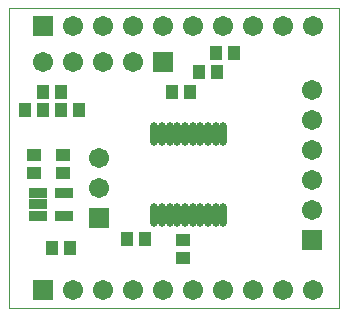
<source format=gts>
G04 Layer_Color=8388736*
%FSLAX25Y25*%
%MOIN*%
G70*
G01*
G75*
%ADD16C,0.00394*%
%ADD23R,0.03950X0.04737*%
%ADD24O,0.02572X0.07887*%
%ADD25R,0.06312X0.03556*%
%ADD26R,0.04737X0.03950*%
%ADD27C,0.06706*%
%ADD28R,0.06706X0.06706*%
%ADD29R,0.06706X0.06706*%
D16*
X0Y0D02*
Y100000D01*
X110000D01*
Y0D02*
Y100000D01*
X0Y0D02*
X110000D01*
D23*
X11468Y72000D02*
D03*
X17531D02*
D03*
X17469Y66000D02*
D03*
X23531D02*
D03*
X39469Y23000D02*
D03*
X45531D02*
D03*
X20488Y20012D02*
D03*
X14425D02*
D03*
X75032Y85000D02*
D03*
X68968D02*
D03*
X69532Y78500D02*
D03*
X63468D02*
D03*
X54469Y72000D02*
D03*
X60532D02*
D03*
X11531Y66000D02*
D03*
X5469D02*
D03*
D24*
X48484Y31114D02*
D03*
X51043Y31114D02*
D03*
X53602Y31114D02*
D03*
X56161D02*
D03*
X58720D02*
D03*
X61279D02*
D03*
X63839D02*
D03*
X66398Y31114D02*
D03*
X68957D02*
D03*
X71516Y31114D02*
D03*
X48484Y57886D02*
D03*
X51043D02*
D03*
X53602D02*
D03*
X56161D02*
D03*
X58720D02*
D03*
X61279D02*
D03*
X63839D02*
D03*
X66398D02*
D03*
X68957D02*
D03*
X71516D02*
D03*
D25*
X9669Y38240D02*
D03*
Y34500D02*
D03*
Y30760D02*
D03*
X18331D02*
D03*
Y38240D02*
D03*
D26*
X8500Y44969D02*
D03*
Y51032D02*
D03*
X18000Y44969D02*
D03*
Y51032D02*
D03*
X58000Y22532D02*
D03*
Y16468D02*
D03*
D27*
X30000Y50000D02*
D03*
Y40000D02*
D03*
X41500Y82000D02*
D03*
X31500D02*
D03*
X21500D02*
D03*
X11500D02*
D03*
X101000Y72500D02*
D03*
Y62500D02*
D03*
Y52500D02*
D03*
Y42500D02*
D03*
Y32500D02*
D03*
X31500Y94000D02*
D03*
X101500D02*
D03*
X91500D02*
D03*
X81500D02*
D03*
X71500D02*
D03*
X61500D02*
D03*
X51500D02*
D03*
X41500D02*
D03*
X21500D02*
D03*
X31500Y6000D02*
D03*
X101500D02*
D03*
X91500D02*
D03*
X81500D02*
D03*
X71500D02*
D03*
X61500D02*
D03*
X51500D02*
D03*
X41500D02*
D03*
X21500D02*
D03*
D28*
X30000Y30000D02*
D03*
X101000Y22500D02*
D03*
D29*
X51500Y82000D02*
D03*
X11500Y94000D02*
D03*
Y6000D02*
D03*
M02*

</source>
